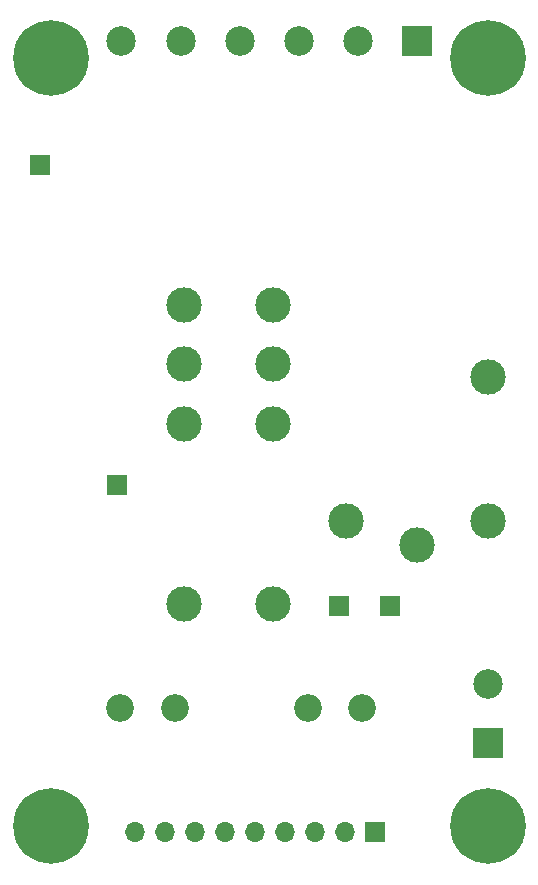
<source format=gbr>
G04 #@! TF.FileFunction,Soldermask,Bot*
%FSLAX46Y46*%
G04 Gerber Fmt 4.6, Leading zero omitted, Abs format (unit mm)*
G04 Created by KiCad (PCBNEW 4.0.6) date Monday, July 31, 2017 'PMt' 06:05:11 PM*
%MOMM*%
%LPD*%
G01*
G04 APERTURE LIST*
%ADD10C,0.100000*%
%ADD11C,6.400000*%
%ADD12C,3.000000*%
%ADD13R,2.500000X2.500000*%
%ADD14C,2.500000*%
%ADD15C,2.350000*%
%ADD16R,1.700000X1.700000*%
%ADD17O,1.700000X1.700000*%
G04 APERTURE END LIST*
D10*
D11*
X91000000Y-145000000D03*
X54000000Y-145000000D03*
X91000000Y-80000000D03*
D12*
X65300000Y-126200000D03*
X72800000Y-126200000D03*
X65300000Y-105880000D03*
X72800000Y-100840000D03*
X72800000Y-110920000D03*
X65300000Y-110920000D03*
X72800000Y-105880000D03*
X65300000Y-100840000D03*
D13*
X91000000Y-138000000D03*
D14*
X91000000Y-133000000D03*
D12*
X91000000Y-119200000D03*
X91000000Y-107000000D03*
X79000000Y-119200000D03*
X85000000Y-121200000D03*
D15*
X64500000Y-135000000D03*
X59900000Y-135000000D03*
X75800000Y-135000000D03*
X80400000Y-135000000D03*
D11*
X54000000Y-80000000D03*
D16*
X59600000Y-116100000D03*
X78400000Y-126400000D03*
X53100000Y-89000000D03*
X82700000Y-126400000D03*
X81500000Y-145500000D03*
D17*
X78960000Y-145500000D03*
X76420000Y-145500000D03*
X73880000Y-145500000D03*
X71340000Y-145500000D03*
X68800000Y-145500000D03*
X66260000Y-145500000D03*
X63720000Y-145500000D03*
X61180000Y-145500000D03*
D14*
X60000000Y-78500000D03*
X65000000Y-78500000D03*
X70000000Y-78500000D03*
X75000000Y-78500000D03*
D13*
X85000000Y-78500000D03*
D14*
X80000000Y-78500000D03*
M02*

</source>
